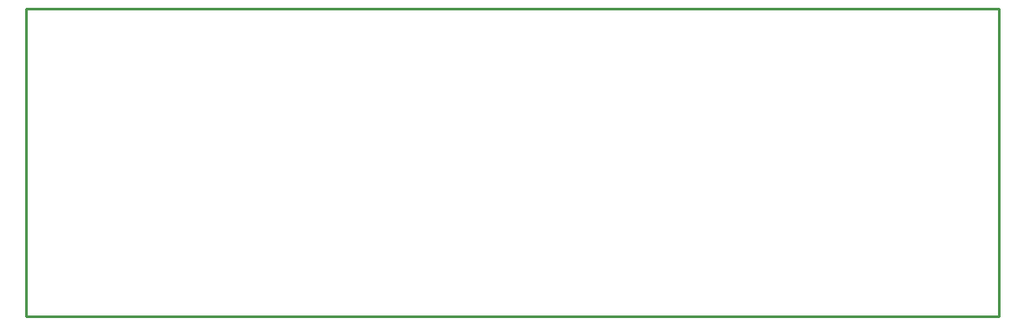
<source format=gm1>
G04 Layer_Color=16711935*
%FSLAX25Y25*%
%MOIN*%
G70*
G01*
G75*
%ADD43C,0.01000*%
D43*
X0Y0D02*
X374016D01*
Y118110D01*
X0D02*
X374016D01*
X0Y0D02*
Y118110D01*
M02*

</source>
